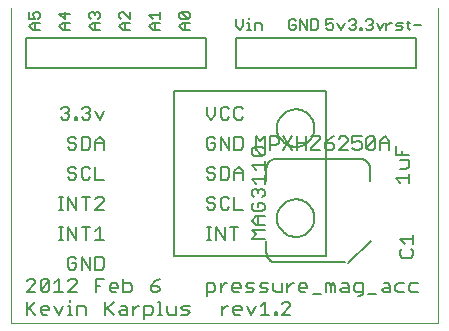
<source format=gto>
G75*
G70*
%OFA0B0*%
%FSLAX24Y24*%
%IPPOS*%
%LPD*%
%AMOC8*
5,1,8,0,0,1.08239X$1,22.5*
%
%ADD10C,0.0000*%
%ADD11C,0.0050*%
%ADD12C,0.0070*%
D10*
X001643Y000101D02*
X001643Y010601D01*
X015893Y010601D02*
X015893Y000101D01*
X001643Y000101D01*
D11*
X007093Y002351D02*
X012143Y002351D01*
X012143Y007851D01*
X007093Y007851D01*
X007093Y002351D01*
X010168Y002444D02*
X010168Y002851D01*
X010168Y002444D02*
X010170Y002411D01*
X010175Y002378D01*
X010184Y002346D01*
X010195Y002315D01*
X010211Y002285D01*
X010229Y002257D01*
X010250Y002231D01*
X010273Y002208D01*
X010299Y002187D01*
X010327Y002169D01*
X010357Y002153D01*
X010388Y002142D01*
X010420Y002133D01*
X010453Y002128D01*
X010486Y002126D01*
X012800Y002126D01*
X012893Y002101D02*
X013643Y002851D01*
X010518Y003601D02*
X010520Y003651D01*
X010526Y003700D01*
X010536Y003749D01*
X010549Y003796D01*
X010567Y003843D01*
X010588Y003888D01*
X010612Y003931D01*
X010640Y003972D01*
X010671Y004011D01*
X010705Y004047D01*
X010742Y004081D01*
X010782Y004111D01*
X010823Y004138D01*
X010867Y004162D01*
X010912Y004182D01*
X010959Y004198D01*
X011007Y004211D01*
X011056Y004220D01*
X011106Y004225D01*
X011155Y004226D01*
X011205Y004223D01*
X011254Y004216D01*
X011303Y004205D01*
X011350Y004191D01*
X011396Y004172D01*
X011441Y004150D01*
X011484Y004125D01*
X011524Y004096D01*
X011562Y004064D01*
X011598Y004030D01*
X011631Y003992D01*
X011660Y003952D01*
X011686Y003910D01*
X011709Y003866D01*
X011728Y003820D01*
X011744Y003773D01*
X011756Y003724D01*
X011764Y003675D01*
X011768Y003626D01*
X011768Y003576D01*
X011764Y003527D01*
X011756Y003478D01*
X011744Y003429D01*
X011728Y003382D01*
X011709Y003336D01*
X011686Y003292D01*
X011660Y003250D01*
X011631Y003210D01*
X011598Y003172D01*
X011562Y003138D01*
X011524Y003106D01*
X011484Y003077D01*
X011441Y003052D01*
X011396Y003030D01*
X011350Y003011D01*
X011303Y002997D01*
X011254Y002986D01*
X011205Y002979D01*
X011155Y002976D01*
X011106Y002977D01*
X011056Y002982D01*
X011007Y002991D01*
X010959Y003004D01*
X010912Y003020D01*
X010867Y003040D01*
X010823Y003064D01*
X010782Y003091D01*
X010742Y003121D01*
X010705Y003155D01*
X010671Y003191D01*
X010640Y003230D01*
X010612Y003271D01*
X010588Y003314D01*
X010567Y003359D01*
X010549Y003406D01*
X010536Y003453D01*
X010526Y003502D01*
X010520Y003551D01*
X010518Y003601D01*
X010168Y004851D02*
X010168Y005258D01*
X010170Y005291D01*
X010175Y005324D01*
X010184Y005356D01*
X010195Y005387D01*
X010211Y005417D01*
X010229Y005445D01*
X010250Y005471D01*
X010273Y005494D01*
X010299Y005515D01*
X010327Y005533D01*
X010357Y005549D01*
X010388Y005560D01*
X010420Y005569D01*
X010453Y005574D01*
X010486Y005576D01*
X013300Y005576D01*
X013262Y005876D02*
X013111Y005876D01*
X013036Y005951D01*
X012876Y005876D02*
X012576Y005876D01*
X012876Y006176D01*
X012876Y006251D01*
X012801Y006326D01*
X012651Y006326D01*
X012576Y006251D01*
X012416Y006326D02*
X012266Y006251D01*
X012116Y006101D01*
X012341Y006101D01*
X012416Y006026D01*
X012416Y005951D01*
X012341Y005876D01*
X012191Y005876D01*
X012116Y005951D01*
X012116Y006101D01*
X011956Y006251D02*
X011655Y005951D01*
X011655Y005876D01*
X011956Y005876D01*
X011956Y006251D02*
X011956Y006326D01*
X011655Y006326D01*
X011495Y006326D02*
X011495Y005876D01*
X011195Y005876D02*
X011195Y006326D01*
X011035Y006326D02*
X010735Y005876D01*
X010575Y006101D02*
X010499Y006026D01*
X010274Y006026D01*
X010274Y005876D02*
X010274Y006326D01*
X010499Y006326D01*
X010575Y006251D01*
X010575Y006101D01*
X010735Y006326D02*
X011035Y005876D01*
X011195Y006101D02*
X011495Y006101D01*
X010518Y006601D02*
X010520Y006651D01*
X010526Y006700D01*
X010536Y006749D01*
X010549Y006796D01*
X010567Y006843D01*
X010588Y006888D01*
X010612Y006931D01*
X010640Y006972D01*
X010671Y007011D01*
X010705Y007047D01*
X010742Y007081D01*
X010782Y007111D01*
X010823Y007138D01*
X010867Y007162D01*
X010912Y007182D01*
X010959Y007198D01*
X011007Y007211D01*
X011056Y007220D01*
X011106Y007225D01*
X011155Y007226D01*
X011205Y007223D01*
X011254Y007216D01*
X011303Y007205D01*
X011350Y007191D01*
X011396Y007172D01*
X011441Y007150D01*
X011484Y007125D01*
X011524Y007096D01*
X011562Y007064D01*
X011598Y007030D01*
X011631Y006992D01*
X011660Y006952D01*
X011686Y006910D01*
X011709Y006866D01*
X011728Y006820D01*
X011744Y006773D01*
X011756Y006724D01*
X011764Y006675D01*
X011768Y006626D01*
X011768Y006576D01*
X011764Y006527D01*
X011756Y006478D01*
X011744Y006429D01*
X011728Y006382D01*
X011709Y006336D01*
X011686Y006292D01*
X011660Y006250D01*
X011631Y006210D01*
X011598Y006172D01*
X011562Y006138D01*
X011524Y006106D01*
X011484Y006077D01*
X011441Y006052D01*
X011396Y006030D01*
X011350Y006011D01*
X011303Y005997D01*
X011254Y005986D01*
X011205Y005979D01*
X011155Y005976D01*
X011106Y005977D01*
X011056Y005982D01*
X011007Y005991D01*
X010959Y006004D01*
X010912Y006020D01*
X010867Y006040D01*
X010823Y006064D01*
X010782Y006091D01*
X010742Y006121D01*
X010705Y006155D01*
X010671Y006191D01*
X010640Y006230D01*
X010612Y006271D01*
X010588Y006314D01*
X010567Y006359D01*
X010549Y006406D01*
X010536Y006453D01*
X010526Y006502D01*
X010520Y006551D01*
X010518Y006601D01*
X010114Y006326D02*
X010114Y005876D01*
X009814Y005876D02*
X009814Y006326D01*
X009964Y006176D01*
X010114Y006326D01*
X013036Y006326D02*
X013036Y006101D01*
X013187Y006176D01*
X013262Y006176D01*
X013337Y006101D01*
X013337Y005951D01*
X013262Y005876D01*
X013497Y005951D02*
X013797Y006251D01*
X013797Y005951D01*
X013722Y005876D01*
X013572Y005876D01*
X013497Y005951D01*
X013497Y006251D01*
X013572Y006326D01*
X013722Y006326D01*
X013797Y006251D01*
X013957Y006176D02*
X014107Y006326D01*
X014257Y006176D01*
X014257Y005876D01*
X014257Y006101D02*
X013957Y006101D01*
X013957Y006176D02*
X013957Y005876D01*
X013337Y006326D02*
X013036Y006326D01*
X013300Y005576D02*
X013333Y005574D01*
X013366Y005569D01*
X013398Y005560D01*
X013429Y005549D01*
X013459Y005533D01*
X013487Y005515D01*
X013513Y005494D01*
X013536Y005471D01*
X013557Y005445D01*
X013575Y005417D01*
X013591Y005387D01*
X013602Y005356D01*
X013611Y005324D01*
X013616Y005291D01*
X013618Y005258D01*
X013618Y004851D01*
X015143Y008601D02*
X009143Y008601D01*
X009143Y009601D01*
X015143Y009601D01*
X015143Y008601D01*
X014960Y009876D02*
X014901Y009934D01*
X014901Y010168D01*
X014843Y010109D02*
X014960Y010109D01*
X015089Y010051D02*
X015322Y010051D01*
X014708Y010109D02*
X014533Y010109D01*
X014475Y010051D01*
X014533Y009993D01*
X014650Y009993D01*
X014708Y009934D01*
X014650Y009876D01*
X014475Y009876D01*
X014343Y010109D02*
X014285Y010109D01*
X014168Y009993D01*
X014168Y010109D02*
X014168Y009876D01*
X013955Y009876D02*
X014072Y010109D01*
X013839Y010109D02*
X013955Y009876D01*
X013704Y009934D02*
X013645Y009876D01*
X013529Y009876D01*
X013470Y009934D01*
X013344Y009934D02*
X013344Y009876D01*
X013286Y009876D01*
X013286Y009934D01*
X013344Y009934D01*
X013151Y009934D02*
X013151Y009993D01*
X013093Y010051D01*
X013035Y010051D01*
X013093Y010051D02*
X013151Y010109D01*
X013151Y010168D01*
X013093Y010226D01*
X012976Y010226D01*
X012918Y010168D01*
X012770Y010109D02*
X012653Y009876D01*
X012536Y010109D01*
X012401Y010051D02*
X012401Y009934D01*
X012343Y009876D01*
X012226Y009876D01*
X012168Y009934D01*
X012168Y010051D02*
X012285Y010109D01*
X012343Y010109D01*
X012401Y010051D01*
X012168Y010051D02*
X012168Y010226D01*
X012401Y010226D01*
X011888Y010168D02*
X011888Y009934D01*
X011830Y009876D01*
X011654Y009876D01*
X011654Y010226D01*
X011830Y010226D01*
X011888Y010168D01*
X011520Y010226D02*
X011520Y009876D01*
X011286Y010226D01*
X011286Y009876D01*
X011151Y009934D02*
X011151Y010051D01*
X011035Y010051D01*
X011151Y010168D02*
X011093Y010226D01*
X010976Y010226D01*
X010918Y010168D01*
X010918Y009934D01*
X010976Y009876D01*
X011093Y009876D01*
X011151Y009934D01*
X010015Y009876D02*
X010015Y010051D01*
X009957Y010109D01*
X009782Y010109D01*
X009782Y009876D01*
X009653Y009876D02*
X009536Y009876D01*
X009594Y009876D02*
X009594Y010109D01*
X009536Y010109D01*
X009594Y010226D02*
X009594Y010284D01*
X009401Y010226D02*
X009401Y009993D01*
X009285Y009876D01*
X009168Y009993D01*
X009168Y010226D01*
X008143Y009601D02*
X008143Y008601D01*
X002143Y008601D01*
X002143Y009601D01*
X008143Y009601D01*
X007618Y009876D02*
X007384Y009876D01*
X007268Y009993D01*
X007384Y010109D01*
X007618Y010109D01*
X007559Y010244D02*
X007326Y010478D01*
X007559Y010478D01*
X007618Y010419D01*
X007618Y010302D01*
X007559Y010244D01*
X007326Y010244D01*
X007268Y010302D01*
X007268Y010419D01*
X007326Y010478D01*
X007443Y010109D02*
X007443Y009876D01*
X006618Y009876D02*
X006384Y009876D01*
X006268Y009993D01*
X006384Y010109D01*
X006618Y010109D01*
X006618Y010244D02*
X006618Y010478D01*
X006618Y010361D02*
X006268Y010361D01*
X006384Y010244D01*
X006443Y010109D02*
X006443Y009876D01*
X005618Y009876D02*
X005384Y009876D01*
X005268Y009993D01*
X005384Y010109D01*
X005618Y010109D01*
X005618Y010244D02*
X005384Y010478D01*
X005326Y010478D01*
X005268Y010419D01*
X005268Y010302D01*
X005326Y010244D01*
X005443Y010109D02*
X005443Y009876D01*
X005618Y010244D02*
X005618Y010478D01*
X004618Y010419D02*
X004618Y010302D01*
X004559Y010244D01*
X004618Y010109D02*
X004384Y010109D01*
X004268Y009993D01*
X004384Y009876D01*
X004618Y009876D01*
X004443Y009876D02*
X004443Y010109D01*
X004326Y010244D02*
X004268Y010302D01*
X004268Y010419D01*
X004326Y010478D01*
X004384Y010478D01*
X004443Y010419D01*
X004501Y010478D01*
X004559Y010478D01*
X004618Y010419D01*
X004443Y010419D02*
X004443Y010361D01*
X003618Y010419D02*
X003268Y010419D01*
X003443Y010244D01*
X003443Y010478D01*
X003443Y010109D02*
X003443Y009876D01*
X003384Y009876D02*
X003268Y009993D01*
X003384Y010109D01*
X003618Y010109D01*
X003618Y009876D02*
X003384Y009876D01*
X002618Y009876D02*
X002384Y009876D01*
X002268Y009993D01*
X002384Y010109D01*
X002618Y010109D01*
X002559Y010244D02*
X002618Y010302D01*
X002618Y010419D01*
X002559Y010478D01*
X002443Y010478D01*
X002384Y010419D01*
X002384Y010361D01*
X002443Y010244D01*
X002268Y010244D01*
X002268Y010478D01*
X002443Y010109D02*
X002443Y009876D01*
X012918Y009934D02*
X012976Y009876D01*
X013093Y009876D01*
X013151Y009934D01*
X013470Y010168D02*
X013529Y010226D01*
X013645Y010226D01*
X013704Y010168D01*
X013704Y010109D01*
X013645Y010051D01*
X013704Y009993D01*
X013704Y009934D01*
X013645Y010051D02*
X013587Y010051D01*
D12*
X009385Y007244D02*
X009314Y007316D01*
X009170Y007316D01*
X009099Y007244D01*
X009099Y006957D01*
X009170Y006886D01*
X009314Y006886D01*
X009385Y006957D01*
X008925Y006957D02*
X008853Y006886D01*
X008710Y006886D01*
X008638Y006957D01*
X008638Y007244D01*
X008710Y007316D01*
X008853Y007316D01*
X008925Y007244D01*
X008465Y007316D02*
X008465Y007029D01*
X008321Y006886D01*
X008178Y007029D01*
X008178Y007316D01*
X008250Y006316D02*
X008178Y006244D01*
X008178Y005957D01*
X008250Y005886D01*
X008393Y005886D01*
X008465Y005957D01*
X008465Y006101D01*
X008321Y006101D01*
X008465Y006244D02*
X008393Y006316D01*
X008250Y006316D01*
X008638Y006316D02*
X008925Y005886D01*
X008925Y006316D01*
X009099Y006316D02*
X009314Y006316D01*
X009385Y006244D01*
X009385Y005957D01*
X009314Y005886D01*
X009099Y005886D01*
X009099Y006316D01*
X008638Y006316D02*
X008638Y005886D01*
X008638Y005316D02*
X008853Y005316D01*
X008925Y005244D01*
X008925Y004957D01*
X008853Y004886D01*
X008638Y004886D01*
X008638Y005316D01*
X008465Y005244D02*
X008393Y005316D01*
X008250Y005316D01*
X008178Y005244D01*
X008178Y005173D01*
X008250Y005101D01*
X008393Y005101D01*
X008465Y005029D01*
X008465Y004957D01*
X008393Y004886D01*
X008250Y004886D01*
X008178Y004957D01*
X009099Y004886D02*
X009099Y005173D01*
X009242Y005316D01*
X009385Y005173D01*
X009385Y004886D01*
X009385Y005101D02*
X009099Y005101D01*
X009677Y004898D02*
X010108Y004898D01*
X010108Y005041D02*
X010108Y004754D01*
X010036Y004581D02*
X010108Y004509D01*
X010108Y004366D01*
X010036Y004294D01*
X010036Y004121D02*
X009893Y004121D01*
X009893Y003977D01*
X009749Y003834D02*
X010036Y003834D01*
X010108Y003905D01*
X010108Y004049D01*
X010036Y004121D01*
X009749Y004121D02*
X009677Y004049D01*
X009677Y003905D01*
X009749Y003834D01*
X009821Y003660D02*
X010108Y003660D01*
X009893Y003660D02*
X009893Y003373D01*
X009821Y003373D02*
X009677Y003517D01*
X009821Y003660D01*
X009821Y003373D02*
X010108Y003373D01*
X010108Y003200D02*
X009677Y003200D01*
X009821Y003056D01*
X009677Y002913D01*
X010108Y002913D01*
X009232Y003316D02*
X008945Y003316D01*
X009089Y003316D02*
X009089Y002886D01*
X008772Y002886D02*
X008772Y003316D01*
X008485Y003316D02*
X008772Y002886D01*
X008485Y002886D02*
X008485Y003316D01*
X008321Y003316D02*
X008178Y003316D01*
X008250Y003316D02*
X008250Y002886D01*
X008321Y002886D02*
X008178Y002886D01*
X008250Y003886D02*
X008178Y003957D01*
X008250Y003886D02*
X008393Y003886D01*
X008465Y003957D01*
X008465Y004029D01*
X008393Y004101D01*
X008250Y004101D01*
X008178Y004173D01*
X008178Y004244D01*
X008250Y004316D01*
X008393Y004316D01*
X008465Y004244D01*
X008638Y004244D02*
X008638Y003957D01*
X008710Y003886D01*
X008853Y003886D01*
X008925Y003957D01*
X009099Y003886D02*
X009385Y003886D01*
X009099Y003886D02*
X009099Y004316D01*
X008925Y004244D02*
X008853Y004316D01*
X008710Y004316D01*
X008638Y004244D01*
X009677Y004366D02*
X009749Y004294D01*
X009677Y004366D02*
X009677Y004509D01*
X009749Y004581D01*
X009821Y004581D01*
X009893Y004509D01*
X009964Y004581D01*
X010036Y004581D01*
X009893Y004509D02*
X009893Y004438D01*
X009821Y004754D02*
X009677Y004898D01*
X009821Y005215D02*
X009677Y005358D01*
X010108Y005358D01*
X010108Y005215D02*
X010108Y005502D01*
X010036Y005675D02*
X009749Y005962D01*
X010036Y005962D01*
X010108Y005890D01*
X010108Y005747D01*
X010036Y005675D01*
X009749Y005675D01*
X009677Y005747D01*
X009677Y005890D01*
X009749Y005962D01*
X014477Y005993D02*
X014477Y005706D01*
X014908Y005706D01*
X014908Y005533D02*
X014621Y005533D01*
X014693Y005706D02*
X014693Y005850D01*
X014908Y005533D02*
X014908Y005318D01*
X014836Y005246D01*
X014621Y005246D01*
X014908Y005073D02*
X014908Y004786D01*
X014908Y004929D02*
X014477Y004929D01*
X014621Y004786D01*
X015058Y003033D02*
X015058Y002746D01*
X015058Y002890D02*
X014627Y002890D01*
X014771Y002746D01*
X014699Y002573D02*
X014627Y002501D01*
X014627Y002357D01*
X014699Y002286D01*
X014986Y002286D01*
X015058Y002357D01*
X015058Y002501D01*
X014986Y002573D01*
X015001Y001423D02*
X014930Y001351D01*
X014930Y001207D01*
X015001Y001136D01*
X015217Y001136D01*
X015217Y001423D02*
X015001Y001423D01*
X014756Y001423D02*
X014541Y001423D01*
X014469Y001351D01*
X014469Y001207D01*
X014541Y001136D01*
X014756Y001136D01*
X014296Y001136D02*
X014081Y001136D01*
X014009Y001207D01*
X014081Y001279D01*
X014296Y001279D01*
X014296Y001351D02*
X014296Y001136D01*
X014296Y001351D02*
X014224Y001423D01*
X014081Y001423D01*
X013836Y001064D02*
X013549Y001064D01*
X013375Y001064D02*
X013375Y001423D01*
X013160Y001423D01*
X013088Y001351D01*
X013088Y001207D01*
X013160Y001136D01*
X013375Y001136D01*
X013375Y001064D02*
X013303Y000992D01*
X013232Y000992D01*
X012915Y001136D02*
X012700Y001136D01*
X012628Y001207D01*
X012700Y001279D01*
X012915Y001279D01*
X012915Y001351D02*
X012915Y001136D01*
X012915Y001351D02*
X012843Y001423D01*
X012700Y001423D01*
X012454Y001351D02*
X012454Y001136D01*
X012311Y001136D02*
X012311Y001351D01*
X012383Y001423D01*
X012454Y001351D01*
X012311Y001351D02*
X012239Y001423D01*
X012168Y001423D01*
X012168Y001136D01*
X011994Y001064D02*
X011707Y001064D01*
X011462Y001136D02*
X011319Y001136D01*
X011247Y001207D01*
X011247Y001351D01*
X011319Y001423D01*
X011462Y001423D01*
X011534Y001351D01*
X011534Y001279D01*
X011247Y001279D01*
X011078Y001423D02*
X011007Y001423D01*
X010863Y001279D01*
X010863Y001136D02*
X010863Y001423D01*
X010690Y001423D02*
X010690Y001136D01*
X010475Y001136D01*
X010403Y001207D01*
X010403Y001423D01*
X010229Y001423D02*
X010014Y001423D01*
X009943Y001351D01*
X010014Y001279D01*
X010158Y001279D01*
X010229Y001207D01*
X010158Y001136D01*
X009943Y001136D01*
X009769Y001207D02*
X009697Y001279D01*
X009554Y001279D01*
X009482Y001351D01*
X009554Y001423D01*
X009769Y001423D01*
X009769Y001207D02*
X009697Y001136D01*
X009482Y001136D01*
X009309Y001279D02*
X009022Y001279D01*
X009022Y001207D02*
X009022Y001351D01*
X009094Y001423D01*
X009237Y001423D01*
X009309Y001351D01*
X009309Y001279D01*
X009237Y001136D02*
X009094Y001136D01*
X009022Y001207D01*
X008853Y001423D02*
X008782Y001423D01*
X008638Y001279D01*
X008638Y001136D02*
X008638Y001423D01*
X008465Y001351D02*
X008465Y001207D01*
X008393Y001136D01*
X008178Y001136D01*
X008178Y000992D02*
X008178Y001423D01*
X008393Y001423D01*
X008465Y001351D01*
X008678Y000673D02*
X008678Y000386D01*
X008678Y000529D02*
X008821Y000673D01*
X008893Y000673D01*
X009061Y000601D02*
X009133Y000673D01*
X009277Y000673D01*
X009348Y000601D01*
X009348Y000529D01*
X009061Y000529D01*
X009061Y000457D02*
X009061Y000601D01*
X009061Y000457D02*
X009133Y000386D01*
X009277Y000386D01*
X009522Y000673D02*
X009665Y000386D01*
X009809Y000673D01*
X009982Y000673D02*
X010126Y000816D01*
X010126Y000386D01*
X010269Y000386D02*
X009982Y000386D01*
X010443Y000386D02*
X010514Y000386D01*
X010514Y000457D01*
X010443Y000457D01*
X010443Y000386D01*
X010673Y000386D02*
X010960Y000673D01*
X010960Y000744D01*
X010888Y000816D01*
X010744Y000816D01*
X010673Y000744D01*
X010673Y000386D02*
X010960Y000386D01*
X007605Y000457D02*
X007534Y000386D01*
X007318Y000386D01*
X007390Y000529D02*
X007318Y000601D01*
X007390Y000673D01*
X007605Y000673D01*
X007534Y000529D02*
X007390Y000529D01*
X007534Y000529D02*
X007605Y000457D01*
X007145Y000386D02*
X007145Y000673D01*
X006858Y000673D02*
X006858Y000457D01*
X006930Y000386D01*
X007145Y000386D01*
X006695Y000386D02*
X006551Y000386D01*
X006623Y000386D02*
X006623Y000816D01*
X006551Y000816D01*
X006378Y000601D02*
X006306Y000673D01*
X006091Y000673D01*
X006091Y000242D01*
X006091Y000386D02*
X006306Y000386D01*
X006378Y000457D01*
X006378Y000601D01*
X005922Y000673D02*
X005851Y000673D01*
X005707Y000529D01*
X005707Y000386D02*
X005707Y000673D01*
X005534Y000601D02*
X005534Y000386D01*
X005319Y000386D01*
X005247Y000457D01*
X005319Y000529D01*
X005534Y000529D01*
X005534Y000601D02*
X005462Y000673D01*
X005319Y000673D01*
X005073Y000816D02*
X004786Y000529D01*
X004858Y000601D02*
X005073Y000386D01*
X004786Y000386D02*
X004786Y000816D01*
X005012Y001136D02*
X004940Y001207D01*
X004940Y001351D01*
X005012Y001423D01*
X005155Y001423D01*
X005227Y001351D01*
X005227Y001279D01*
X004940Y001279D01*
X005012Y001136D02*
X005155Y001136D01*
X005400Y001136D02*
X005615Y001136D01*
X005687Y001207D01*
X005687Y001351D01*
X005615Y001423D01*
X005400Y001423D01*
X005400Y001566D02*
X005400Y001136D01*
X004766Y001566D02*
X004480Y001566D01*
X004480Y001136D01*
X004480Y001351D02*
X004623Y001351D01*
X003846Y001423D02*
X003846Y001494D01*
X003774Y001566D01*
X003631Y001566D01*
X003559Y001494D01*
X003846Y001423D02*
X003559Y001136D01*
X003846Y001136D01*
X003631Y000888D02*
X003631Y000816D01*
X003631Y000673D02*
X003631Y000386D01*
X003702Y000386D02*
X003559Y000386D01*
X003866Y000386D02*
X003866Y000673D01*
X004081Y000673D01*
X004153Y000601D01*
X004153Y000386D01*
X003631Y000673D02*
X003559Y000673D01*
X003385Y000673D02*
X003242Y000386D01*
X003099Y000673D01*
X002925Y000601D02*
X002925Y000529D01*
X002638Y000529D01*
X002638Y000457D02*
X002638Y000601D01*
X002710Y000673D01*
X002853Y000673D01*
X002925Y000601D01*
X002853Y000386D02*
X002710Y000386D01*
X002638Y000457D01*
X002465Y000386D02*
X002250Y000601D01*
X002178Y000529D02*
X002465Y000816D01*
X002178Y000816D02*
X002178Y000386D01*
X002178Y001136D02*
X002465Y001423D01*
X002465Y001494D01*
X002393Y001566D01*
X002250Y001566D01*
X002178Y001494D01*
X002178Y001136D02*
X002465Y001136D01*
X002638Y001207D02*
X002925Y001494D01*
X002925Y001207D01*
X002853Y001136D01*
X002710Y001136D01*
X002638Y001207D01*
X002638Y001494D01*
X002710Y001566D01*
X002853Y001566D01*
X002925Y001494D01*
X003099Y001423D02*
X003242Y001566D01*
X003242Y001136D01*
X003099Y001136D02*
X003385Y001136D01*
X003618Y001886D02*
X003762Y001886D01*
X003834Y001957D01*
X003834Y002101D01*
X003690Y002101D01*
X003547Y002244D02*
X003547Y001957D01*
X003618Y001886D01*
X003547Y002244D02*
X003618Y002316D01*
X003762Y002316D01*
X003834Y002244D01*
X004007Y002316D02*
X004294Y001886D01*
X004294Y002316D01*
X004467Y002316D02*
X004683Y002316D01*
X004754Y002244D01*
X004754Y001957D01*
X004683Y001886D01*
X004467Y001886D01*
X004467Y002316D01*
X004007Y002316D02*
X004007Y001886D01*
X004150Y002886D02*
X004150Y003316D01*
X004007Y003316D02*
X004294Y003316D01*
X004467Y003173D02*
X004611Y003316D01*
X004611Y002886D01*
X004754Y002886D02*
X004467Y002886D01*
X003834Y002886D02*
X003834Y003316D01*
X003547Y003316D02*
X003834Y002886D01*
X003547Y002886D02*
X003547Y003316D01*
X003383Y003316D02*
X003240Y003316D01*
X003311Y003316D02*
X003311Y002886D01*
X003240Y002886D02*
X003383Y002886D01*
X003383Y003886D02*
X003240Y003886D01*
X003311Y003886D02*
X003311Y004316D01*
X003240Y004316D02*
X003383Y004316D01*
X003547Y004316D02*
X003834Y003886D01*
X003834Y004316D01*
X003547Y004316D02*
X003547Y003886D01*
X004150Y003886D02*
X004150Y004316D01*
X004007Y004316D02*
X004294Y004316D01*
X004467Y004244D02*
X004539Y004316D01*
X004683Y004316D01*
X004754Y004244D01*
X004754Y004173D01*
X004467Y003886D01*
X004754Y003886D01*
X004754Y004886D02*
X004467Y004886D01*
X004467Y005316D01*
X004294Y005244D02*
X004222Y005316D01*
X004079Y005316D01*
X004007Y005244D01*
X004007Y004957D01*
X004079Y004886D01*
X004222Y004886D01*
X004294Y004957D01*
X003834Y004957D02*
X003762Y004886D01*
X003618Y004886D01*
X003547Y004957D01*
X003762Y005101D02*
X003834Y005029D01*
X003834Y004957D01*
X003762Y005101D02*
X003618Y005101D01*
X003547Y005173D01*
X003547Y005244D01*
X003618Y005316D01*
X003762Y005316D01*
X003834Y005244D01*
X003762Y005886D02*
X003618Y005886D01*
X003547Y005957D01*
X003762Y005886D02*
X003834Y005957D01*
X003834Y006029D01*
X003762Y006101D01*
X003618Y006101D01*
X003547Y006173D01*
X003547Y006244D01*
X003618Y006316D01*
X003762Y006316D01*
X003834Y006244D01*
X004007Y006316D02*
X004222Y006316D01*
X004294Y006244D01*
X004294Y005957D01*
X004222Y005886D01*
X004007Y005886D01*
X004007Y006316D01*
X004467Y006173D02*
X004611Y006316D01*
X004754Y006173D01*
X004754Y005886D01*
X004754Y006101D02*
X004467Y006101D01*
X004467Y006173D02*
X004467Y005886D01*
X004611Y006886D02*
X004754Y007173D01*
X004467Y007173D02*
X004611Y006886D01*
X004294Y006957D02*
X004222Y006886D01*
X004079Y006886D01*
X004007Y006957D01*
X003849Y006957D02*
X003849Y006886D01*
X003777Y006886D01*
X003777Y006957D01*
X003849Y006957D01*
X004150Y007101D02*
X004222Y007101D01*
X004294Y007029D01*
X004294Y006957D01*
X004222Y007101D02*
X004294Y007173D01*
X004294Y007244D01*
X004222Y007316D01*
X004079Y007316D01*
X004007Y007244D01*
X003603Y007244D02*
X003603Y007173D01*
X003532Y007101D01*
X003603Y007029D01*
X003603Y006957D01*
X003532Y006886D01*
X003388Y006886D01*
X003316Y006957D01*
X003460Y007101D02*
X003532Y007101D01*
X003603Y007244D02*
X003532Y007316D01*
X003388Y007316D01*
X003316Y007244D01*
X006464Y001494D02*
X006608Y001566D01*
X006464Y001494D02*
X006321Y001351D01*
X006536Y001351D01*
X006608Y001279D01*
X006608Y001207D01*
X006536Y001136D01*
X006393Y001136D01*
X006321Y001207D01*
X006321Y001351D01*
M02*

</source>
